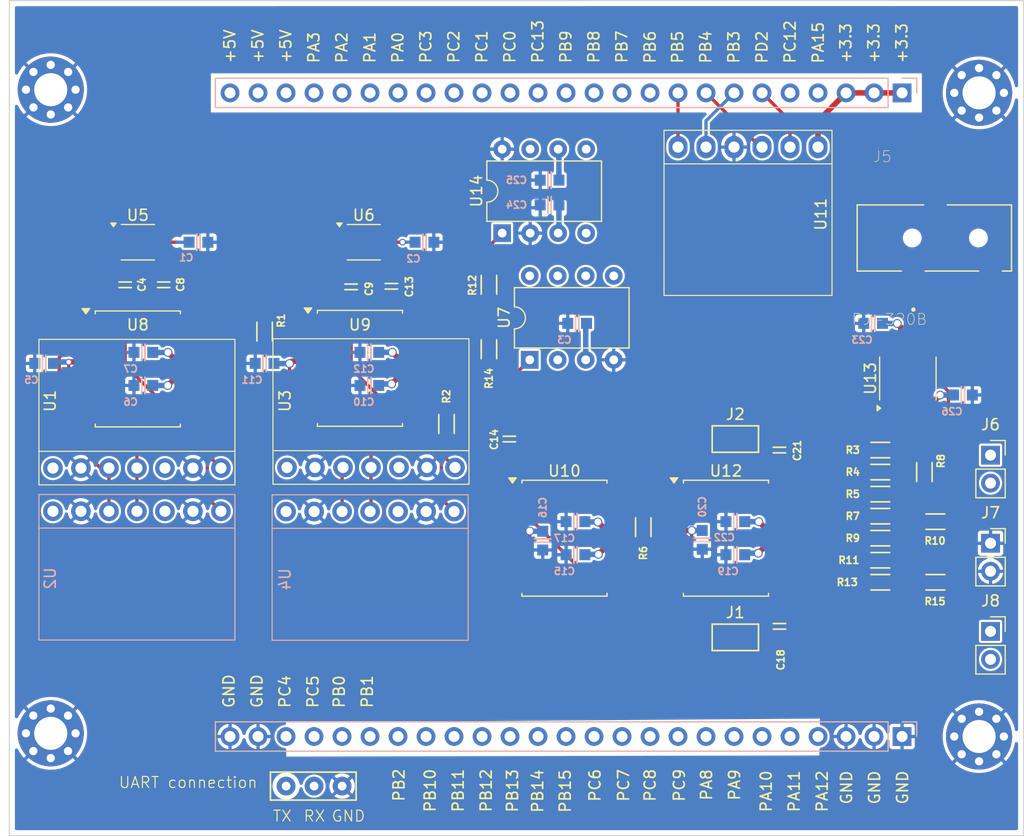
<source format=kicad_pcb>
(kicad_pcb (version 20240108) (generator "pcbnew") (generator_version "8.0")
  (layers (0 "F.Cu" signal) (31 "B.Cu" signal) (34 "B.Paste" user) (35 "F.Paste" user) (36 "B.SilkS" user "B.Silkscreen") (37 "F.SilkS" user "F.Silkscreen") (38 "B.Mask" user) (39 "F.Mask" user) (44 "Edge.Cuts" user))
  (net 0 "")
  (net 1 "+3.3V")
  (net 2 "CH2_TOVOL")
  (net 3 "Net-(U8-VinR)")
  (net 4 "P,+15")
  (net 5 "GND")
  (net 6 "P,-15")
  (net 7 "/PB11")
  (net 8 "Net-(U8-VinL)")
  (net 9 "UART_TX")
  (net 10 "/PB10")
  (net 11 "CH1_TOVOL")
  (net 12 "/PA12{slash}usb_dp")
  (net 13 "CH4_TOVOL")
  (net 14 "/PB14{slash}adc4_in4")
  (net 15 "Net-(U9-VinR)")
  (net 16 "/PA11{slash}usb_dm")
  (net 17 "CH3_TOVOL")
  (net 18 "Net-(U9-VinL)")
  (net 19 "Net-(U10-VinR)")
  (net 20 "/PA8(clock)")
  (net 21 "+5V")
  (net 22 "NOISE_TOVOL")
  (net 23 "DAC_tovol1")
  (net 24 "Net-(U12-VinR)")
  (net 25 "DAC_tovol2")
  (net 26 "Net-(U12-VinL)")
  (net 27 "P,-5")
  (net 28 "ZCEN_2")
  (net 29 "CS_AD9833_3")
  (net 30 "ZCEN_3")
  (net 31 "NOISE_CLK_SEL")
  (net 32 "PWM3")
  (net 33 "/PC2")
  (net 34 "ZCEN_1")
  (net 35 "Analog_CLK")
  (net 36 "PWM1")
  (net 37 "ZCEN_DAC")
  (net 38 "CS_AD9833_2")
  (net 39 "Analog_data")
  (net 40 "/PB12{slash}adc4_in3")
  (net 41 "UART_RX")
  (net 42 "MUX_SEL_3")
  (net 43 "FLASH_MISO")
  (net 44 "FILT_CLK")
  (net 45 "MUX_SEL_4")
  (net 46 "CS_AD9833_1")
  (net 47 "FLASH_CLK")
  (net 48 "MUX_SEL_1")
  (net 49 "PWM4")
  (net 50 "NOISE_CS")
  (net 51 "CS_AD9833_4")
  (net 52 "MUX_SEL_2")
  (net 53 "ATTEN_CS")
  (net 54 "FLASH_MOSI")
  (net 55 "FLASH_CS")
  (net 56 "NOISE_CLK")
  (net 57 "NOISE_DI")
  (net 58 "PWM2")
  (net 59 "Analog_data_out1")
  (net 60 "Analog_data_out2")
  (net 61 "Net-(U13-Output)")
  (net 62 "CH1_OUT")
  (net 63 "CH2_OUT")
  (net 64 "CH3_OUT")
  (net 65 "Analog_data_out3")
  (net 66 "CH4_OUT")
  (net 67 "Net-(U13-In+)")
  (net 68 "NOISE_OUT")
  (net 69 "DAC_out1")
  (net 70 "Net-(U14-Vin)")
  (net 71 "FILTER_FEEDBACK_OUT")
  (net 72 "DAC_out2")
  (net 73 "CH4_TOFILT")
  (net 74 "DDS1_out")
  (net 75 "DDS2_out")
  (net 76 "DDS3_out")
  (net 77 "DDS4_out")
  (net 80 "Net-(U13-In-)")
  (net 84 "/PB2")
  (footprint "Package_SO:SOIC-8_3.9x4.9mm_P1.27mm" (layer "F.Cu") (at 179.5 79.5 90)
    (property "Reference" "U13")
    (property "Value" "~" (hide yes))
  )
  (footprint "project:AD9833" (layer "F.Cu") (at 130.8 87.58 90)
    (property "Reference" "U3")
    (property "Value" "~" (hide yes))
  )
  (footprint "4ms_Resistor:R_0603" (layer "F.Cu") (at 141.5 71 90)
    (property "Reference" "R12")
    (property "Value" "1k_0603_0.1%" (hide yes))
  )
  (footprint "Package_SO:SOIC-16W_7.5x10.3mm_P1.27mm" (layer "F.Cu") (at 163 94)
    (property "Reference" "U12")
    (property "Value" "~" (hide yes))
  )
  (footprint "4ms_Resistor:R_0603" (layer "F.Cu") (at 182 98)
    (property "Reference" "R15")
    (property "Value" "1k_0603_0.1%" (hide yes))
  )
  (footprint "4ms_Capacitor:C_0805" (layer "F.Cu") (at 132.65 71.135 90)
    (property "Reference" "C13")
    (property "Value" "22uF_0603_16V" (hide yes))
  )
  (footprint "Package_SO:SOIC-16W_7.5x10.3mm_P1.27mm" (layer "F.Cu") (at 148.35 94)
    (property "Reference" "U10")
    (property "Value" "~" (hide yes))
  )
  (footprint "4ms_Resistor:R_0603" (layer "F.Cu") (at 177 98)
    (property "Reference" "R13")
    (property "Value" "3.0k_0603_0.1%" (hide yes))
  )
  (footprint "project:W25Q128_board" (layer "F.Cu") (at 165 58.5 -90)
    (property "Reference" "U11")
    (property "Value" "~" (hide yes))
  )
  (footprint "Package_SO:SOIC-16W_7.5x10.3mm_P1.27mm" (layer "F.Cu") (at 109.65 78.635)
    (property "Reference" "U8")
    (property "Value" "~" (hide yes))
  )
  (footprint "myLibrary:M3" (layer "F.Cu") (at 185.962184 53.577958)
    (property "Reference" "J4" (hide yes))
    (property "Value" "Conn_01x01" (hide yes))
  )
  (footprint "4ms_Connector:Socket_1x02_2.54mm_TH" (layer "F.Cu") (at 187 94.46)
    (property "Reference" "J7")
    (property "Value" "Screw_Terminal_01x02" (hide yes))
  )
  (footprint "4ms_Capacitor:C_0805" (layer "F.Cu") (at 112 71 90)
    (property "Reference" "C8")
    (property "Value" "22uF_0603_16V" (hide yes))
  )
  (footprint "TestPoint:TestPoint_Keystone_5019_Minature" (layer "F.Cu") (at 163.85 103)
    (property "Reference" "J1")
    (property "Value" "~" (hide yes))
  )
  (footprint "4ms_Resistor:R_0603" (layer "F.Cu") (at 177 92)
    (property "Reference" "R7")
    (property "Value" "3.0k_0603_0.1%" (hide yes))
  )
  (footprint "4ms_Resistor:R_0603" (layer "F.Cu") (at 177 96)
    (property "Reference" "R11")
    (property "Value" "3.0k_0603_0.1%" (hide yes))
  )
  (footprint "Package_SO:VSSOP-10_3x3mm_P0.5mm" (layer "F.Cu") (at 130.15 67.135)
    (property "Reference" "U6")
    (property "Value" "~" (hide yes))
  )
  (footprint "project:BOOMELE_PJ-320B" (layer "F.Cu") (at 182.9 66.75)
    (property "Reference" "J5")
    (property "Value" "PJ-320B")
  )
  (footprint "4ms_Resistor:R_0603" (layer "F.Cu") (at 137.65 83.635 -90)
    (property "Reference" "R2")
    (property "Value" "100k_0603" (hide yes))
  )
  (footprint "myLibrary:M3" (layer "F.Cu") (at 185.960142 112)
    (property "Reference" "J3" (hide yes))
    (property "Value" "Conn_01x01" (hide yes))
  )
  (footprint "project:UART_port" (layer "F.Cu") (at 125.64 116.5)
    (property "Reference" "J9" (hide yes))
    (property "Value" "~" (hide yes))
  )
  (footprint "4ms_Connector:Socket_1x02_2.54mm_TH" (layer "F.Cu") (at 187 86.46)
    (property "Reference" "J6")
    (property "Value" "Screw_Terminal_01x02" (hide yes))
  )
  (footprint "4ms_Package_DIP:DIP-8pin_TH" (layer "F.Cu") (at 145.2 77.81 90)
    (property "Reference" "U7")
    (property "Value" "~" (hide yes))
  )
  (footprint "project:AD9833" (layer "F.Cu") (at 109.57 87.635 90)
    (property "Reference" "U1")
    (property "Value" "~" (hide yes))
  )
  (footprint "TestPoint:TestPoint_Keystone_5019_Minature" (layer "F.Cu") (at 163.85 85)
    (property "Reference" "J2")
    (property "Value" "~" (hide yes))
  )
  (footprint "4ms_Resistor:R_0603" (layer "F.Cu") (at 182 92.5)
    (property "Reference" "R10")
    (property "Value" "1k_0603_0.1%" (hide yes))
  )
  (footprint "4ms_Capacitor:C_0805" (layer "F.Cu") (at 143.35 85 90)
    (property "Reference" "C14")
    (property "Value" "22uF_0603_16V" (hide yes))
  )
  (footprint "4ms_Connector:Socket_1x02_2.54mm_TH" (layer "F.Cu") (at 187 102.46)
    (property "Reference" "J8")
    (property "Value" "Screw_Terminal_01x02" (hide yes))
  )
  (footprint "4ms_Resistor:R_0603" (layer "F.Cu") (at 177 90)
    (property "Reference" "R5")
    (property "Value" "3.0k_0603_0.1%" (hide yes))
  )
  (footprint "Package_SO:SOIC-16W_7.5x10.3mm_P1.27mm" (layer "F.Cu") (at 129.8 78.58)
    (property "Reference" "U9")
    (property "Value" "~" (hide yes))
  )
  (footprint "4ms_Capacitor:C_0805" (layer "F.Cu") (at 129 71.185 90)
    (property "Reference" "C9")
    (property "Value" "22uF_0603_16V" (hide yes))
  )
  (footprint "4ms_Resistor:R_0603" (layer "F.Cu") (at 177 94)
    (property "Reference" "R9")
    (property "Value" "3.0k_0603_0.1%" (hide yes))
  )
  (footprint "myLibrary:M3" (layer "F.Cu") (at 101.750142 111.71)
    (property "Reference" "J5" (hide yes))
    (property "Value" "Conn_01x01")
  )
  (footprint "4ms_Resistor:R_0603" (layer "F.Cu") (at 121.15 75.25 -90)
    (property "Reference" "R1")
    (property "Value" "100k_0603" (hide yes))
  )
  (footprint "4ms_Resistor:R_0603" (layer "F.Cu") (at 181 88 -90)
    (property "Reference" "R8")
    (property "Value" "2.2k_0603" (hide yes))
  )
  (footprint "4ms_Capacitor:C_0805" (layer "F.Cu") (at 108.5 71 90)
    (property "Reference" "C4")
    (property "Value" "22uF_0603_16V" (hide yes))
  )
  (footprint "4ms_Capacitor:C_0805" (layer "F.Cu") (at 167.85 86 90)
    (property "Reference" "C21")
    (property "Value" "22uF_0603_16V" (hide yes))
  )
  (footprint "Package_SO:VSSOP-10_3x3mm_P0.5mm" (layer "F.Cu") (at 109.65 67.135)
    (property "Reference" "U5")
    (property "Value" "~" (hide yes))
  )
  (footprint "4ms_Package_DIP:DIP-8pin_TH" (layer "F.Cu") (at 142.7 66.31 90)
    (property "Reference" "U14")
    (property "Value" "~" (hide yes))
  )
  (footprint "4ms_Resistor:R_0603" (layer "F.Cu") (at 177 88)
    (property "Reference" "R4")
    (property "Value" "3.0k_0603_0.1%" (hide yes))
  )
  (footprint "4ms_Resistor:R_0603" (layer "F.Cu") (at 141.5 76.85 -90)
    (property "Reference" "R14")
    (property "Value" "1k_0603_0.1%" (hide yes))
  )
  (footprint "4ms_Capacitor:C_0805" (layer "F.Cu") (at 167.85 102 -90)
    (property "Reference" "C18")
    (property "Value" "22uF_0603_16V" (hide yes))
  )
  (footprint "4ms_Resistor:R_0603" (layer "F.Cu") (at 155.5 93 90)
    (property "Reference" "R6")
    (property "Value" "100k_0603" (hide yes))
  )
  (footprint "4ms_Resistor:R_0603" (layer "F.Cu") (at 177 86)
    (property "Reference" "R3")
    (property "Value" "3.0k_0603_0.1%" (hide yes))
  )
  (footprint "4ms_Capacitor:C_0603" (layer "B.Cu") (at 147 61.5 180)
    (property "Reference" "C25")
    (property "Value" "0.22uF_0603_25V" (hide yes))
  )
  (footprint "4ms_Capacitor:C_0603" (layer "B.Cu") (at 149.5 74.5 180)
    (property "Reference" "C3")
    (property "Value" "0.22uF_0603_25V" (hide yes))
  )
  (footprint "4ms_Capacitor:C_0603" (layer "B.Cu") (at 147 63.75 180)
    (property "Reference" "C24")
    (property "Value" "0.22uF_0603_25V" (hide yes))
  )
  (footprint "4ms_Capacitor:C_0603" (layer "B.Cu") (at 110.15 77.135 180)
    (property "Reference" "C7")
    (property "Value" "0.22uF_0603_25V" (hide yes))
  )
  (footprint "4ms_Capacitor:C_0603" (layer "B.Cu") (at 130.65 77.135 180)
    (property "Reference" "C12")
    (property "Value" "0.22uF_0603_25V" (hide yes))
  )
  (footprint "4ms_Capacitor:C_0603" (layer "B.Cu") (at 146.38 94.22 -90)
    (property "Reference" "C16")
    (property "Value" "0.22uF_0603_25V" (hide yes))
  )
  (footprint "4ms_Capacitor:C_0603" (layer "B.Cu") (at 115.15 67.135)
    (property "Reference" "C1")
    (property "Value" "0.22uF_0603_25V" (hide yes))
  )
  (footprint "project:AD9833" (layer "B.Cu") (at 130.72 91.58 -90)
    (property "Reference" "U4")
    (property "Value" "~" (hide yes))
  )
  (footprint "Connector_PinSocket_2.54mm:PinSocket_1x25_P2.54mm_Vertical" (layer "B.Cu") (at 178.975142 112 90)
    (property "Reference" "J3" (hide yes))
    (property "Value" "Conn_01x25_Socket" (hide yes))
  )
  (footprint "4ms_Capacitor:C_0603" (layer "B.Cu") (at 130.65 80.135 180)
    (property "Reference" "C10")
    (property "Value" "0.22uF_0603_25V" (hide yes))
  )
  (footprint "project:AD9833" (layer "B.Cu") (at 109.57 91.555 -90)
    (property "Reference" "U2")
    (property "Value" "~" (hide yes))
  )
  (footprint "4ms_Capacitor:C_0603" (layer "B.Cu") (at 110.15 80.135 180)
    (property "Reference" "C6")
    (property "Value" "0.22uF_0603_25V" (hide yes))
  )
  (footprint "4ms_Capacitor:C_0603" (layer "B.Cu") (at 101.15 78.135 180)
    (property "Reference" "C5")
    (property "Value" "0.22uF_0603_25V" (hide yes))
  )
  (footprint "4ms_Capacitor:C_0603" (layer "B.Cu") (at 121.15 78.135 180)
    (property "Reference" "C11")
    (property "Value" "0.22uF_0603_25V" (hide yes))
  )
  (footprint "4ms_Capacitor:C_0603" (layer "B.Cu") (at 163.85 92.5 180)
    (property "Reference" "C22")
    (property "Value" "0.22uF_0603_25V" (hide yes))
  )
  (footprint "4ms_Capacitor:C_0603" (layer "B.Cu") (at 176.35 74.5 180)
    (property "Reference" "C23")
    (property "Value" "0.22uF_0603_25V" (hide yes))
  )
  (footprint "4ms_Capacitor:C_0603" (layer "B.Cu") (at 160.85 94.15 -90)
    (property "Reference" "C20")
    (property "Value" "0.22uF_0603_25V" (hide yes))
  )
  (footprint "myLibrary:M3" (layer "B.Cu") (at 101.750142 53.29 180)
    (property "Reference" "J2" (hide yes))
    (property "Value" "Conn_01x01" (hide yes))
  )
  (footprint "4ms_Capacitor:C_0603" (layer "B.Cu") (at 135.65 67.135)
    (property "Reference" "C2")
    (property "Value" "0.22uF_0603_25V" (hide yes))
  )
  (footprint "Connector_PinSocket_2.54mm:PinSocket_1x25_P2.54mm_Vertical" (layer "B.Cu") (at 178.975142 53.58 90)
    (property "Reference" "J4" (hide yes))
    (property "Value" "Conn_01x25_Socket" (hide yes))
  )
  (footprint "4ms_Capacitor:C_0603" (layer "B.Cu") (at 149.35 92.5 180)
    (property "Reference" "C17")
    (property "Value" "0.22uF_0603_25V" (hide yes))
  )
  (footprint "4ms_Capacitor:C_0603" (layer "B.Cu") (at 184.5 81)
    (property "Reference" "C26")
    (property "Value" "0.22uF_0603_25V" (hide yes))
  )
  (footprint "4ms_Capacitor:C_0603" (layer "B.Cu") (at 163.85 95.5 180)
    (property "Reference" "C19")
    (property "Value" "0.22uF_0603_25V" (hide yes))
  )
  (footprint "4ms_Capacitor:C_0603" (layer "B.Cu") (at 149.35 95.5 180)
    (property "Reference" "C15")
    (property "Value" "0.22uF_0603_25V" (hide yes))
  )
  (gr_circle (center 101.760142 53.301285) (end 101.700142 51.901285) (stroke (width 0.1)) (fill none) (layer "Edge.Cuts"))
  (gr_circle (center 185.960142 53.58) (end 185.660142 52.179734) (stroke (width 0.1)) (fill none) (layer "Edge.Cuts"))
  (gr_line (start 190 121) (end 190 45.2) (stroke (width 0.1)) (layer "Edge.Cuts"))
  (gr_circle (center 186 112) (end 185.98 110.6) (stroke (width 0.1)) (fill none) (layer "Edge.Cuts"))
  (gr_circle (center 101.750142 111.710571) (end 101.790142 110.310571) (stroke (width 0.1)) (fill none) (layer "Edge.Cuts"))
  (gr_line (start 98 45.21) (end 190 45.2) (stroke (width 0.1)) (layer "Edge.Cuts"))
  (gr_circle (center 101.725142 53.301285) (end 101.665142 51.901285) (stroke (width 0.1)) (fill none) (layer "Edge.Cuts"))
  (gr_line (start 190 121) (end 98 121) (stroke (width 0.1)) (layer "Edge.Cuts"))
  (gr_line (start 98 45.21) (end 98 121) (stroke (width 0.1)) (layer "Edge.Cuts"))
  (gr_circle (center 101.715142 111.710571) (end 101.755142 110.310571) (stroke (width 0.1)) (fill none) (layer "Edge.Cuts"))
  (gr_text "+3.3" (at 177 50.97 90) (layer "F.SilkS") (effects (font (size 1 1)) (justify left bottom)))
  (gr_text "PB9" (at 149.06 50.97 90) (layer "F.SilkS") (effects (font (size 1 1)) (justify left bottom)))
  (gr_text "GND" (at 174.52 118.25 90) (layer "F.SilkS") (effects (font (size 1 1)) (justify left bottom)))
  (gr_text "+5V" (at 123.66 50.97 90) (layer "F.SilkS") (effects (font (size 1 1)) (justify left bottom)))
  (gr_text "PA1" (at 131.28 50.97 90) (layer "F.SilkS") (effects (font (size 1 1)) (justify left bottom)))
  (gr_text "PB8" (at 151.6 50.97 90) (layer "F.SilkS") (effects (font (size 1 1)) (justify left bottom)))
  (gr_text "PB0" (at 128.5 109.5 90) (layer "F.SilkS") (effects (font (size 1 1)) (justify left bottom)))
  (gr_text "PB11" (at 139.29 118.95 90) (layer "F.SilkS") (effects (font (size 1 1)) (justify left bottom)))
  (gr_text "PC1" (at 141.44 50.97 90) (layer "F.SilkS") (effects (font (size 1 1)) (justify left bottom)))
  (gr_text "PC3" (at 136.36 50.97 90) (layer "F.SilkS") (effects (font (size 1 1)) (justify left bottom)))
  (gr_text "+3.3" (at 179.54 50.97 90) (layer "F.SilkS") (effects (font (size 1 1)) (justify left bottom)))
  (gr_text "PB5" (at 159.2 51 90) (layer "F.SilkS") (effects (font (size 1 1)) (justify left bottom)))
  (gr_text "PA0" (at 133.82 50.97 90) (layer "F.SilkS") (effects (font (size 1 1)) (justify left bottom)))
  (gr_text "GND" (at 179.6 118.25 90) (layer "F.SilkS") (effects (font (size 1 1)) (justify left bottom)))
  (gr_text "PC4" (at 123.58 109.5 90) (layer "F.SilkS") (effects (font (size 1 1)) (justify left bottom)))
  (gr_text "PA12" (at 172.31 118.95 90) (layer "F.SilkS") (effects (font (size 1 1)) (justify left bottom)))
  (gr_text "+5V" (at 121.12 50.97 90) (layer "F.SilkS") (effects (font (size 1 1)) (justify left bottom)))
  (gr_text "PB1" (at 131.04 109.5 90) (layer "F.SilkS") (effects (font (size 1 1)) (justify left bottom)))
  (gr_text "PB13" (at 144.219858 118.97 90) (layer "F.SilkS") (effects (font (size 1 1)) (justify left bottom)))
  (gr_text "PD2" (at 166.85 51 90) (layer "F.SilkS") (effects (font (size 1 1)) (justify left bottom)))
  (gr_text "PC0" (at 143.98 50.97 90) (layer "F.SilkS") (effects (font (size 1 1)) (justify left bottom)))
  (gr_text "PA10" (at 167.23 118.95 90) (layer "F.SilkS") (effects (font (size 1 1)) (justify left bottom)))
  (gr_text "PA9" (at 164.36 117.89 90) (layer "F.SilkS") (effects (font (size 1 1)) (justify left bottom)))
  (gr_text "PC9" (at 159.35 118 90) (layer "F.SilkS") (effects (font (size 1 1)) (justify left bottom)))
  (gr_text "PB4" (at 161.75 51 90) (layer "F.SilkS") (effects (font (size 1 1)) (justify left bottom)))
  (gr_text "PA2" (at 128.74 50.97 90) (layer "F.SilkS") (effects (font (size 1 1)) (justify left bottom)))
  (gr_text "+3.3" (at 174.46 50.97 90) (layer "F.SilkS") (effects (font (size 1 1)) (justify left bottom)))
  (gr_text "PA3" (at 126.2 50.97 90) (layer "F.SilkS") (effects (font (size 1 1)) (justify left bottom)))
  (gr_text "GND" (at 118.5 109.5 90) (layer "F.SilkS") (effects (font (size 1 1)) (justify left bottom)))
  (gr_text "PB10" (at 136.75 118.95 90) (layer "F.SilkS") (effects (font (size 1 1)) (justify left bottom)))
  (gr_text "PB14" (at 146.5 119 90) (layer "F.SilkS") (effects (font (size 1 1)) (justify left bottom)))
  (gr_text "PB12" (at 141.83 118.95 90) (layer "F.SilkS") (effects (font (size 1 1)) (justify left bottom)))
  (gr_text "PC7" (at 154.3 118 90) (layer "F.SilkS") (effects (font (size 1 1)) (justify left bottom)))
  (gr_text "PC6" (at 151.7 118 90) (layer "F.SilkS") (effects (font (size 1 1)) (justify left bottom)))
  (gr_text "PB6" (at 156.7 51 90) (layer "F.SilkS") (effects (font (size 1 1)) (justify left bottom)))
  (gr_text "PA8" (at 161.82 117.89 90) (layer "F.SilkS") (effects (font (size 1 1)) (justify left bottom)))
  (gr_text "PC13" (at 146.52 50.97 90) (layer "F.SilkS") (effects (font (size 1 1)) (justify left bottom)))
  (gr_text "PB15" (at 149 119 90) (layer "F.SilkS") (effects (font (size 1 1)) (justify left bottom)))
  (gr_text "PB2" (at 133.92 117.98 90) (layer "F.SilkS") (effects (font (size 1 1)) (justify left bottom)))
  (gr_text "PC12" (at 169.4 51 90) (layer "F.SilkS") (effects (font (size 1 1)) (justify left bottom)))
  (gr_text "PC2" (at 138.9 50.97 90) (layer "F.SilkS") (effects (font (size 1 1)) (justify left bottom)))
  (gr_text "PC5" (at 126.12 109.5 90) (layer "F.SilkS") (effects (font (size 1 1)) (justify left bottom)))
  (gr_text "+5V" (at 118.58 50.97 90) (layer "F.SilkS") (effects (font (size 1 1)) (justify left bottom)))
  (gr_text "PA11" (at 169.77 118.95 90) (layer "F.SilkS") (effects (font (size 1 1)) (justify left bottom)))
  (gr_text "GND" (at 121.04 109.5 90) (layer "F.SilkS") (effects (font (size 1 1)) (justify left bottom)))
  (gr_text "PA15" (at 171.95 51 90) (layer "F.SilkS") (effects (font (size 1 1)) (justify left bottom)))
  (gr_text "PC8" (at 156.7 118 90) (layer "F.SilkS") (effects (font (size 1 1)) (justify left bottom)))
  (gr_text "PB7" (at 154.14 50.97 90) (layer "F.SilkS") (effects (font (size 1 1)) (justify left bottom)))
  (gr_text "PB3" (at 164.3 51 90) (layer "F.SilkS") (effects (font (size 1 1)) (justify left bottom)))
  (gr_text "GND" (at 177.06 118.25 90) (layer "F.SilkS") (effects (font (size 1 1)) (justify left bottom)))
  (segment (start 173.895142 53.58) (end 176.435142 53.58) (width 0.5) (layer "F.Cu") (net 1))
  (segment (start 171.35 56.125142) (end 173.895142 53.58) (width 0.5) (layer "F.Cu") (net 1))
  (segment (start 171.35 58.5) (end 171.35 56.125142) (width 0.5) (layer "F.Cu") (net 1))
  (segment (start 176.435142 53.58) (end 178.975142 53.58) (width 0.5) (layer "F.Cu") (net 1))
  (segment (start 109.865 66.135) (end 108.525 67.475) (width 0.3) (layer "F.Cu") (net 2))
  (segment (start 108.525 67.475) (end 108.525 68.38812) (width 0.3) (layer "F.Cu") (net 2))
  (segment (start 111.85 66.135) (end 109.865 66.135) (width 0.3) (layer "F.Cu") (net 2))
  (segment (start 108.5 68.41312) (end 108.5 70.05) (width 0.3) (layer "F.Cu") (net 2))
  (segment (start 108.525 68.38812) (end 108.5 68.41312) (width 0.3) (layer "F.Cu") (net 2))
  (segment (start 108.5 78.304999) (end 113.275001 83.08) (width 0.3) (layer "F.Cu") (net 3))
  (segment (start 113.275001 83.08) (end 114.3 83.08) (width 0.3) (layer "F.Cu") (net 3))
  (segment (start 108.5 71.95) (end 108.5 78.304999) (width 0.3) (layer "F.Cu") (net 3))
  (segment (start 166.655 94.635) (end 165.93 95.36) (width 0.5) (layer "F.Cu") (net 4))
  (segment (start 167.65 94.635) (end 166.655 94.635) (width 0.5) (layer "F.Cu") (net 4))
  (segment (start 134.45 79.215) (end 133.455 79.215) (width 0.5) (layer "F.Cu") (net 4))
  (segment (start 133.455 79.215) (end 132.67 80) (width 0.5) (layer "F.Cu") (net 4))
  (segment (start 153 94.635) (end 152.260136 94.635) (width 0.5) (layer "F.Cu") (net 4))
  (segment (start 114.3 79.27) (end 113.23 79.27) (width 0.5) (layer "F.Cu") (net 4))
  (segment (start 178.865 77.025) (end 178.865 74.845) (width 0.5) (layer "F.Cu") (net 4))
  (segment (start 152.260136 94.635) (end 151.430161 95.464975) (width 0.5) (layer "F.Cu") (net 4))
  (segment (start 113.23 79.27) (end 112.36 80.14) (width 0.5) (layer "F.Cu") (net 4))
  (segment (start 178.865 74.845) (end 178.53 74.51) (width 0.5) (layer "F.Cu") (net 4))
  (via (at 165.93 95.36) (size 0.8) (drill 0.6) (layers "F.Cu" "B.Cu") (net 4))
  (via (at 132.67 80) (size 0.8) (drill 0.6) (layers "F.Cu" "B.Cu") (net 4))
  (via (at 178.53 74.51) (size 0.8) (drill 0.6) (layers "F.Cu" "B.Cu") (net 4))
  (via (at 112.36 80.14) (size 0.8) (drill 0.6) (layers "F.Cu" "B.Cu") (net 4))
  (via (at 151.430161 95.464975) (size 0.8) (drill 0.6) (layers "F.Cu" "B.Cu") (net 4))
  (segment (start 112.36 80.14) (end 111.005 80.14) (width 0.5) (layer "B.Cu") (net 4))
  (segment (start 150.235025 95.464975) (end 150.2 95.5) (width 0.5) (layer "B.Cu") (net 4))
  (segment (start 111.005 80.14) (end 111 80.135) (width 0.5) (layer "B.Cu") (net 4))
  (segment (start 131.635 80) (end 131.5 80.135) (width 0.5) (layer "B.Cu") (net 4))
  (segment (start 132.67 80) (end 131.635 80) (width 0.5) (layer "B.Cu") (net 4))
  (segment (start 164.84 95.36) (end 164.7 95.5) (width 0.5) (layer "B.Cu") (net 4))
  (segment (start 178.53 74.51) (end 177.21 74.51) (width 0.5) (layer "B.Cu") (net 4))
  (segment (start 177.21 74.51) (end 177.2 74.5) (width 0.5) (layer "B.Cu") (net 4))
  (segment (start 151.430161 95.464975) (end 150.235025 95.464975) (width 0.5) (layer "B.Cu") (net 4))
  (segment (start 165.93 95.36) (end 164.84 95.36) (width 0.5) (layer "B.Cu") (net 4))
  (segment (start 134.45 77.945) (end 133.545 77.945) (width 0.5) (layer "F.Cu") (net 6))
  (segment (start 113.24 78) (end 112.38 77.14) (width 0.5) (layer "F.Cu") (net 6))
  (segment (start 152.215 93.365) (end 151.38 92.53) (width 0.5) (layer "F.Cu") (net 6))
  (segment (start 114.3 78) (end 113.24 78) (width 0.5) (layer "F.Cu") (net 6))
  (segment (start 181.465 81.975) (end 182.43 81.01) (width 0.5) (layer "F.Cu") (net 6))
  (segment (start 133.545 77.945) (end 132.73 77.13) (width 0.5) (layer "F.Cu") (net 6))
  (segment (start 153 93.365) (end 152.215 93.365) (width 0.5) (layer "F.Cu") (net 6))
  (segment (start 181.405 81.975) (end 181.465 81.975) (width 0.5) (layer "F.Cu") (net 6))
  (segment (start 166.845 93.365) (end 165.98 92.5) (width 0.5) (layer "F.Cu") (net 6))
  (segment (start 167.65 93.365) (end 166.845 93.365) (width 0.5) (layer "F.Cu") (net 6))
  (via (at 151.38 92.53) (size 0.8) (drill 0.6) (layers "F.Cu" "B.Cu") (net 6))
  (via (at 182.43 81.01) (size 0.8) (drill 0.6) (layers "F.Cu" "B.Cu") (net 6))
  (via (at 132.73 77.13) (size 0.8) (drill 0.6) (layers "F.Cu" "B.Cu") (net 6))
  (via (at 165.98 92.5) (size 0.8) (drill 0.6) (layers "F.Cu" "B.Cu") (net 6))
  (via (at 112.38 77.14) (size 0.8) (drill 0.6) (layers "F.Cu" "B.Cu") (net 6))
  (segment (start 112.38 77.14) (end 111.005 77.14) (width 0.5) (layer "B.Cu") (net 6))
  (segment (start 131.505 77.13) (end 131.5 77.135) (width 0.5) (layer "B.Cu") (net 6))
  (segment (start 183.64 81.01) (end 183.65 81) (width 0.5) (layer "B.Cu") (net 6))
  (segment (start 132.73 77.13) (end 131.505 77.13) (width 0.5) (layer "B.Cu") (net 6))
  (segment (start 150.23 92.53) (end 150.2 92.5) (width 0.5) (layer "B.Cu") (net 6))
  (segment (start 111.005 77.14) (end 111 77.135) (width 0.5) (layer "B.Cu") (net 6))
  (segment (start 165.98 92.5) (end 164.7 92.5) (width 0.5) (layer "B.Cu") (net 6))
  (segment (start 182.43 81.01) (end 183.64 81.01) (width 0.5) (layer "B.Cu") (net 6))
  (segment (start 151.38 92.53) (end 150.23 92.53) (width 0.5) (layer "B.Cu") (net 6))
  (segment (start 112.06 71.95) (end 114.3 74.19) (width 0.3) (layer "F.Cu") (net 8))
  (segment (start 112 71.95) (end 112.06 71.95) (width 0.3) (layer "F.Cu") (net 8))
  (segment (start 112 70.05) (end 112 68.285) (width 0.3) (layer "F.Cu") (net 11))
  (segment (start 112 68.285) (end 111.85 68.135) (width 0.3) (layer "F.Cu") (net 11))
  (segment (start 130.365 66.135) (end 132.35 66.135) (width 0.3) (layer "F.Cu") (net 13))
  (segment (start 128.65 70.235) (end 129.025 69.86) (width 0.3) (layer "F.Cu") (net 13))
  (segment (start 129.025 67.475) (end 130.365 66.135) (width 0.3) (layer "F.Cu") (net 13))
  (segment (start 129.025 69.86) (end 129.025 67.475) (width 0.3) (layer "F.Cu") (net 13))
  (segment (start 129 72.485) (end 129 78.599999) (width 0.3) (layer "F.Cu") (net 15))
  (segment (start 128.65 72.135) (end 129 72.485) (width 0.3) (layer "F.Cu") (net 15))
  (segment (start 129 78.599999) (end 133.425001 83.025) (width 0.3) (layer "F.Cu") (net 15))
  (segment (start 133.425001 83.025) (end 134.45 83.025) (width 0.3) (layer "F.Cu") (net 15))
  (segment (start 132.65 70.185) (end 132.65 68.435) (width 0.3) (layer "F.Cu") (net 17))
  (segment (start 132.65 68.435) (end 132.35 68.135) (width 0.3) (layer "F.Cu") (net 17))
  (segment (start 132.65 72.335) (end 134.45 74.135) (width 0.3) (layer "F.Cu") (net 18))
  (segment (start 132.65 72.085) (end 132.65 72.335) (width 0.3) (layer "F.Cu") (net 18))
  (segment (start 145.075 87.675) (end 145.075 92.075) (width 0.3) (layer "F.Cu") (net 19))
  (segment (start 151.445 98.445) (end 153 98.445) (width 0.3) (layer "F.Cu") (net 19))
  (segment (start 143.35 85.95) (end 145.075 87.675) (width 0.3) (layer "F.Cu") (net 19))
  (segment (start 145.075 92.075) (end 151.445 98.445) (width 0.3) (layer "F.Cu") (net 19))
  (segment (start 133.655 67.135) (end 133.66 67.13) (width 0.3) (layer "F.Cu") (net 21))
  (segment (start 143.715 93.35) (end 143.7 93.365) (width 0.5) (layer "F.Cu") (net 21))
  (segment (start 143.7 98.445) (end 144.724999 98.445) (width 0.3) (layer "F.Cu") (net 21))
  (segment (start 105 83.08) (end 103.975001 83.08) (width 0.3) (layer "F.Cu") (net 21))
  (segment (start 113.195 67.135) (end 113.2 67.14) (width 0.3) (layer "F.Cu") (net 21))
  (segment (start 145.2 97.969999) (end 145.2 93.35) (width 0.3) (layer "F.Cu") (net 21))
  (segment (start 159.88 93.32) (end 159.9 93.3) (width 0.3) (layer "F.Cu") (net 21))
  (segment (start 159.9 93.3) (end 158.415 93.3) (width 0.5) (layer "F.Cu") (net 21))
  (segment (start 158.35 98.445) (end 159.374999 98.445) (width 0.3) (layer "F.Cu") (net 21))
  (segment (start 125.15 83.025) (end 124.125001 83.025) (width 0.3) (layer "F.Cu") (net 21))
  (segment (start 105 78) (end 103.39 78) (width 0.5) (layer "F.Cu") (net 21))
  (segment (start 159.88 97.939999) (end 159.88 93.32) (width 0.3) (layer "F.Cu") (net 21))
  (segment (start 111.85 67.135) (end 113.195 67.135) (width 0.3) (layer "F.Cu") (net 21))
  (segment (start 123.41 82.309999) (end 123.41 78.15) (width 0.3) (layer "F.Cu") (net 21))
  (segment (start 145.2 93.35) (end 143.715 93.35) (width 0.5) (layer "F.Cu") (net 21))
  (segment (start 124.125001 83.025) (end 123.41 82.309999) (width 0.3) (layer "F.Cu") (net 21))
  (segment (start 159.374999 98.445) (end 159.88 97.939999) (width 0.3) (layer "F.Cu") (net 21))
  (segment (start 125.15 77.945) (end 123.615 77.945) (width 0.5) (layer "F.Cu") (net 21))
  (segment (start 158.415 93.3) (end 158.35 93.365) (width 0.5) (layer "F.Cu") (net 21))
  (segment (start 144.724999 98.445) (end 145.2 97.969999) (width 0.3) (layer "F.Cu") (net 21))
  (segment (start 103.39 78) (end 103.38 78.01) (width 0.5) (layer "F.Cu") (net 21))
  (segment (start 103.975001 83.08) (end 103.38 82.484999) (width 0.3) (layer "F.Cu") (net 21))
  (segment (start 103.38 82.484999) (end 103.38 78.01) (width 0.3) (layer "F.Cu") (net 21))
  (segment (start 132.35 67.135) (end 133.655 67.135) (width 0.3) (layer "F.Cu") (net 21))
  (segment (start 123.615 77.945) (end 123.41 78.15) (width 0.5) (layer "F.Cu") (net 21))
  (via (at 133.66 67.13) (size 0.6) (drill 0.4) (layers "F.Cu" "B.Cu") (net 21))
  (via (at 159.9 93.3) (size 0.8) (drill 0.6) (layers "F.Cu" "B.Cu") (net 21))
  (via (at 123.41 78.15) (size 0.8) (drill 0.6) (layers "F.Cu" "B.Cu") (net 21))
  (via (at 145.2 93.35) (size 0.8) (drill 0.6) (layers "F.Cu" "B.Cu") (net 21))
  (via (at 103.38 78.01) (size 0.6) (drill 0.4) (layers "F.Cu" "B.Cu") (net 21))
  (segment (start 133.66 67.13) (end 134.795 67.13) (width 0.3) (layer "B.Cu") (net 21))
  (segment (start 145.22 93.37) (end 145.2 93.35) (width 0.5) (layer "B.Cu") (net 21))
  (segment (start 150.28 77.81) (end 150.28 74.57) (width 0.5) (layer "B.Cu") (net 21))
  (segment (start 102.125 78.01) (end 102 78.135) (width 0.5) (layer "B.Cu") (net 21))
  (segment (start 146.37 93.36) (end 146.38 93.37) (width 0.5) (layer "B.Cu") (net 21))
  (segment (start 113.2 67.14) (end 114.295 67.14) (width 0.3) (layer "B.Cu") (net 21))
  (segment (start 160.85 93.3) (end 159.9 93.3) (width 0.5) (layer "B.Cu") (net 21))
  (segment (start 103.38 78.01) (end 102.125 78.01) (width 0.5) (layer "B.Cu") (net 21))
  (segment (start 146.38 93.37) (end 145.22 93.37) (width 0.5) (layer "B.Cu") (net 21))
  (segment (start 147.85 58.76) (end 147.78 58.69) (width 0.5) (layer "B.Cu") (net 21))
  (segment (start 122.015 78.15) (end 122 78.135) (width 0.5) (layer "B.Cu") (net 21))
  (segment (start 134.795 67.13) (end 134.8 67.135) (width 0.3) (layer "B.Cu") (net 21))
  (segment (start 114.295 67.14) (end 114.3 67.135) (width 0.3) (layer "B.Cu") (net 21))
  (segment (start 147.85 61.5) (end 147.85 58.76) (width 0.5) (layer "B.Cu") (net 21))
  (segment (start 150.28 74.57) (end 150.35 74.5) (width 0.5) (layer "B.Cu") (net 21))
  (segment (start 123.41 78.15) (end 122.015 78.15) (width 0.5) (layer "B.Cu") (net 21))
  (segment (start 143.35 79.66) (end 145.2 77.81) (width 0.3) (layer "F.Cu") (net 22))
  (segment (start 143.35 84.05) (end 143.35 79.66) (width 0.3) (layer "F.Cu") (net 22))
  (segment (start 167.8 103) (end 167.85 102.95) (width 0.5) (layer "F.Cu") (net 23))
  (segment (start 163.85 103) (end 167.8 103) (width 0.5) (layer "F.Cu") (net 23))
  (segment (start 167.85 101.05) (end 167.85 98.645) (width 0.5) (layer "F.Cu") (net 24))
  (segment (start 167.85 98.645) (end 167.65 98.445) (width 0.5) (layer "F.Cu") (net 24))
  (segment (start 167.8 85) (end 167.85 85.05) (width 0.5) (layer "F.Cu") (net 25))
  (segment (start 163.85 85) (end 167.8 85) (width 0.5) (layer "F.Cu") (net 25))
  (segment (start 167.85 86.95) (end 167.85 89.355) (width 0.5) (layer "F.Cu") (net 26))
  (segment (start 167.85 89.355) (end 167.65 89.555) (width 0.5) (layer "F.Cu") (net 26))
  (segment (start 147.85 66.24) (end 147.78 66.31) (width 0.5) (layer "B.Cu") (net 27))
  (segment (start 147.85 63.75) (end 147.85 66.24) (width 0.5) (layer "B.Cu") (net 27))
  (segment (start 109.57 87.635) (end 109.57 84.085001) (width 0.3) (layer "F.Cu") (net 35))
  (segment (start 130.8 87.58) (end 130.8 85.110001) (width 0.3) (layer "F.Cu") (net 35))
  (segment (start 130.8 85.110001) (end 126.174999 80.485) (width 0.3) (layer "F.Cu") (net 35))
  (segment (start 126.174999 80.485) (end 125.15 80.485) (width 0.3) (layer "F.Cu") (net 35))
  (segment (start 106.024999 80.54) (end 105 80.54) (width 0.3) (layer "F.Cu") (net 35))
  (segment (start 130.8 87.58) (end 130.8 91.5) (width 0.3) (layer "F.Cu") (net 35))
  (segment (start 109.57 87.635) (end 109.57 91.555) (width 0.3) (layer "F.Cu") (net 35))
  (segment (start 130.8 91.5) (end 130.72 91.58) (width 0.3) (layer "F.Cu") (net 35))
  (segment (start 109.57 84.085001) (end 106.024999 80.54) (width 0.3) (layer "F.Cu") (net 35))
  (segment (start 128.18 87.66) (end 128.26 87.58) (width 0.3) (layer "F.Cu") (net 39))
  (segment (start 103.39 76.73) (end 105 76.73) (width 0.3) (layer "F.Cu") (net 39))
  (segment (start 107.03 87.635) (end 106.265 87.635) (width 0.3) (layer "F.Cu") (net 39))
  (segment (start 128.18 91.58) (end 128.18 87.66) (width 0.3) (layer "F.Cu") (net 39))
  (segment (start 102.52 77.6) (end 103.39 76.73) (width 0.3) (layer "F.Cu") (net 39))
  (segment (start 106.265 87.635) (end 102.52 83.89) (width 0.3) (layer "F.Cu") (net 39))
  (segment (start 107.03 91.555) (end 107.03 87.635) (width 0.3) (layer "F.Cu") (net 39))
  (segment (start 102.52 83.89) (end 102.52 77.6) (width 0.3) (layer "F.Cu") (net 39))
  (segment (start 166.27 58.5) (end 166.115142 58.5) (width 0.3) (layer "F.Cu") (net 43))
  (segment (start 166.115142 58.5) (end 161.195142 53.58) (width 0.3) (layer "F.Cu") (net 43))
  (segment (start 161.19 58.5) (end 161.19 56.125142) (width 0.3) (layer "B.Cu") (net 47))
  (segment (start 161.19 56.125142) (end 163.735142 53.58) (width 0.3) (layer "B.Cu") (net 47))
  (segment (start 158.65 58.5) (end 158.65 53.585142) (width 0.3) (layer "F.Cu") (net 54))
  (segment (start 158.65 53.585142) (end 158.655142 53.58) (width 0.3) (layer "F.Cu") (net 54))
  (segment (start 168.81 58.5) (end 168.81 56.114858) (width 0.3) (layer "F.Cu") (net 55))
  (segment (start 168.81 56.114858) (end 166.275142 53.58) (width 0.3) (layer "F.Cu") (net 55))
  (segment (start 183.18 80.68) (end 180.135 77.635) (width 0.3) (layer "F.Cu") (net 61))
  (segment (start 180.135 77.635) (end 180.135 77.025) (width 0.3) (layer "F.Cu") (net 61))
  (segment (start 180.135 77.025) (end 180.135 70.635) (width 0.5) (layer "F.Cu") (net 61))
  (segment (start 180 70.5) (end 182 68.5) (width 0.5) (layer "F.Cu") (net 61))
  (segment (start 181 87.15) (end 183.18 84.97) (width 0.3) (layer "F.Cu") (net 61))
  (segment (start 180.135 70.635) (end 180 70.5) (width 0.5) (layer "F.Cu") (net 61))
  (segment (start 183.18 84.97) (end 183.18 80.68) (width 0.3) (layer "F.Cu") (net 61))
  (segment (start 182 68.5) (end 182 63) (width 0.5) (layer "F.Cu") (net 61))
  (segment (start 177.85 90) (end 177.85 92) (width 0.3) (layer "F.Cu") (net 67))
  (segment (start 179.784999 80.65) (end 177.233738 80.65) (width 0.3) (layer "F.Cu") (net 67))
  (segment (start 177.85 94) (end 177.85 96) (width 0.3) (layer "F.Cu") (net 67))
  (segment (start 181.15 98) (end 177.85 98) (width 0.3) (layer "F.Cu") (net 67))
  (segment (start 177.85 94) (end 177.85 92) (width 0.3) (layer "F.Cu") (net 67))
  (segment (start 180.135 81.000001) (end 179.784999 80.65) (width 0.3) (layer "F.Cu") (net 67))
  (segment (start 177.85 86) (end 177.85 88) (width 0.3) (layer "F.Cu") (net 67))
  (segment (start 180.135 81.975) (end 180.135 81.000001) (width 0.3) (layer "F.Cu") (net 67))
  (segment (start 176.945 80.938738) (end 176.945 85.095) (width 0.3) (layer "F.Cu") (net 67))
  (segment (start 176.945 85.095) (end 177.85 86) (width 0.3) (layer "F.Cu") (net 67))
  (segment (start 177.85 96) (end 177.85 98) (width 0.3) (layer "F.Cu") (net 67))
  (segment (start 177.85 88) (end 177.85 90) (width 0.3) (layer "F.Cu") (net 67))
  (segment (start 177.233738 80.65) (end 176.945 80.938738) (width 0.3) (layer "F.Cu") (net 67))
  (segment (start 141.5 67.51) (end 142.7 66.31) (width 0.3) (layer "F.Cu") (net 70))
  (segment (start 141.5 70.15) (end 141.5 67.51) (width 0.3) (layer "F.Cu") (net 70))
  (segment (start 152.095 92.095) (end 153 92.095) (width 0.3) (layer "F.Cu") (net 71))
  (segment (start 142.35 84.75) (end 144.75 84.75) (width 0.3) (layer "F.Cu") (net 71))
  (segment (start 142.35 72.7) (end 142.35 84.75) (width 0.3) (layer "F.Cu") (net 71))
  (segment (start 144.75 84.75) (end 152.095 92.095) (width 0.3) (layer "F.Cu") (net 71))
  (segment (start 141.5 71.85) (end 142.35 72.7) (width 0.3) (layer "F.Cu") (net 71))
  (segment (start 116.451 73.897631) (end 113 70.446631) (width 0.3) (layer "F.Cu") (net 74))
  (segment (start 117.19 87.635) (end 116.451 86.896) (width 0.3) (layer "F.Cu") (net 74))
  (segment (start 113 67.95688) (end 112.67812 67.635) (width 0.3) (layer "F.Cu") (net 74))
  (segment (start 112.67812 67.635) (end 111.85 67.635) (width 0.3) (layer "F.Cu") (net 74))
  (segment (start 116.451 86.896) (end 116.451 73.897631) (width 0.3) (layer "F.Cu") (net 74))
  (segment (start 113 70.446631) (end 113 67.95688) (width 0.3) (layer "F.Cu") (net 74))
  (segment (start 110.5 70.25) (end 111 70.75) (width 0.3) (layer "F.Cu") (net 75))
  (segment (start 115.951 74.104738) (end 115.951 90.316) (width 0.3) (layer "F.Cu") (net 75))
  (segment (start 112.596262 70.75) (end 115.951 74.104738) (width 0.3) (layer "F.Cu") (net 75))
  (segment (start 110.5 67.15688) (end 110.5 70.25) (width 0.3) (layer "F.Cu") (net 75))
  (segment (start 111 70.75) (end 112.596262 70.75) (width 0.3) (layer "F.Cu") (net 75))
  (segment (start 111.02188 66.635) (end 110.5 67.15688) (width 0.3) (layer "F.Cu") (net 75))
  (segment (start 115.951 90.316) (end 117.19 91.555) (width 0.3) (layer "F.Cu") (net 75))
  (segment (start 111.85 66.635) (end 111.02188 66.635) (width 0.3) (layer "F.Cu") (net 75))
  (segment (start 133.425 68.925) (end 134.885 70.385) (width 0.3) (layer "F.Cu") (net 76))
  (segment (start 136.8 71.256879) (end 136.8 85.96) (width 0.3) (layer "F.Cu") (net 76))
  (segment (start 132.35 67.635) (end 133.17812 67.635) (width 0.3) (layer "F.Cu") (net 76))
  (segment (start 134.885 70.385) (end 135.928121 70.385) (width 0.3) (layer "F.Cu") (net 76))
  (segment (start 135.928121 70.385) (end 136.8 71.256879) (width 0.3) (layer "F.Cu") (net 76))
  (segment (start 136.8 85.96) (end 138.42 87.58) (width 0.3) (layer "F.Cu") (net 76))
  (segment (start 133.425 67.88188) (end 133.425 68.925) (width 0.3) (layer "F.Cu") (net 76))
  (segment (start 133.17812 67.635) (end 133.425 67.88188) (width 0.3) (layer "F.Cu") (net 76))
  (segment (start 132.35 66.635) (end 131.52188 66.635) (width 0.3) (layer "F.Cu") (net 77))
  (segment (start 131.65 70.885) (end 135.721014 70.885) (width 0.3) (layer "F.Cu") (net 77))
  (segment (start 137.181 90.421) (end 138.34 91.58) (width 0.3) (layer "F.Cu") (net 77))
  (segment (start 131.52188 66.635) (end 131.275 66.88188) (width 0.3) (layer "F.Cu") (net 77))
  (segment (start 131.275 66.88188) (end 131.275 70.51) (width 0.3) (layer "F.Cu") (net 77))
  (segment (start 135.721014 70.885) (end 136.3 71.463986) (width 0.3) (layer "F.Cu") (net 77))
  (segment (start 136.3 86.247789) (end 137.181 87.128789) (width 0.3) (layer "F.Cu") (net 77))
  (segment (start 136.3 71.463986) (end 136.3 86.247789) (width 0.3) (layer "F.Cu") (net 77))
  (segment (start 131.275 70.51) (end 131.65 70.885) (width 0.3) (layer "F.Cu") (net 77))
  (segment (start 137.181 87.128789) (end 137.181 90.421) (width 0.3) (layer "F.Cu") (net 77))
  (segment (start 181.15 92.5) (end 181.15 89) (width 0.3) (layer "F.Cu") (net 80))
  (segment (start 178.865 81.975) (end 178.865 86.715) (width 0.3) (layer "F.Cu") (net 80))
  (segment (start 181.15 89) (end 181 88.85) (width 0.3) (layer "F.Cu") (net 80))
  (segment (start 178.865 86.715) (end 181 88.85) (width 0.3) (layer "F.Cu") (net 80))
  (zone (net 0) (net_name "") (layer "B.Cu") (connect_pads (clearance 0)) (min_thickness 0.25)
    (keepout (tracks allowed) (vias allowed) (pads allowed) (copperpour not_allowed) (footprints allowed))
    (fill (thermal_gap 0.5) (thermal_bridge_width 0.5))
    (polygon (pts (xy 180.775142 51.808) (xy 180.775142 55.358) (xy 116.275142 55.358) (xy 116.275142 51.808)))
  )
  (zone (net 5) (net_name "GND") (layer "B.Cu") (connect_pads (clearance 0.2)) (min_thickness 0.3) (fill yes (thermal_gap 0.3) (thermal_bridge_width 0.3))
    (polygon (pts (xy 98.16 45.36) (xy 189.84 45.37) (xy 189.88 120.87) (xy 98.22 120.83) (xy 98.17 120.03)))
  )
  (zone (net 0) (net_name "") (layer "B.Cu") (connect_pads (clearance 0)) (min_thickness 0.25)
    (keepout (tracks allowed) (vias allowed) (pads allowed) (copperpour not_allowed) (footprints allowed))
    (fill (thermal_gap 0.5) (thermal_bridge_width 0.5))
    (polygon (pts (xy 123.095142 110.73) (xy 123.120142 113.82) (xy 171.470142 113.72) (xy 171.520142 110.37)))
  )
)
</source>
